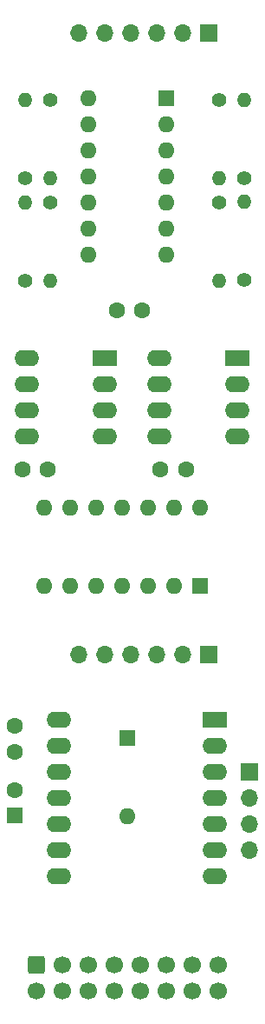
<source format=gts>
%TF.GenerationSoftware,KiCad,Pcbnew,(6.0.1)*%
%TF.CreationDate,2022-10-24T18:54:59-04:00*%
%TF.ProjectId,ER-MIDI-VC4-01_DB,45522d4d-4944-4492-9d56-43342d30315f,1*%
%TF.SameCoordinates,Original*%
%TF.FileFunction,Soldermask,Top*%
%TF.FilePolarity,Negative*%
%FSLAX46Y46*%
G04 Gerber Fmt 4.6, Leading zero omitted, Abs format (unit mm)*
G04 Created by KiCad (PCBNEW (6.0.1)) date 2022-10-24 18:54:59*
%MOMM*%
%LPD*%
G01*
G04 APERTURE LIST*
G04 Aperture macros list*
%AMRoundRect*
0 Rectangle with rounded corners*
0 $1 Rounding radius*
0 $2 $3 $4 $5 $6 $7 $8 $9 X,Y pos of 4 corners*
0 Add a 4 corners polygon primitive as box body*
4,1,4,$2,$3,$4,$5,$6,$7,$8,$9,$2,$3,0*
0 Add four circle primitives for the rounded corners*
1,1,$1+$1,$2,$3*
1,1,$1+$1,$4,$5*
1,1,$1+$1,$6,$7*
1,1,$1+$1,$8,$9*
0 Add four rect primitives between the rounded corners*
20,1,$1+$1,$2,$3,$4,$5,0*
20,1,$1+$1,$4,$5,$6,$7,0*
20,1,$1+$1,$6,$7,$8,$9,0*
20,1,$1+$1,$8,$9,$2,$3,0*%
G04 Aperture macros list end*
%ADD10R,1.700000X1.700000*%
%ADD11O,1.700000X1.700000*%
%ADD12R,1.600000X1.600000*%
%ADD13C,1.600000*%
%ADD14C,1.400000*%
%ADD15O,1.400000X1.400000*%
%ADD16R,2.400000X1.600000*%
%ADD17O,2.400000X1.600000*%
%ADD18O,1.600000X1.600000*%
%ADD19RoundRect,0.250000X-0.600000X0.600000X-0.600000X-0.600000X0.600000X-0.600000X0.600000X0.600000X0*%
%ADD20C,1.700000*%
G04 APERTURE END LIST*
D10*
%TO.C,J11*%
X123000000Y-96000000D03*
D11*
X120460000Y-96000000D03*
X117920000Y-96000000D03*
X115380000Y-96000000D03*
X112840000Y-96000000D03*
X110300000Y-96000000D03*
%TD*%
D10*
%TO.C,J12*%
X123000000Y-35500000D03*
D11*
X120460000Y-35500000D03*
X117920000Y-35500000D03*
X115380000Y-35500000D03*
X112840000Y-35500000D03*
X110300000Y-35500000D03*
%TD*%
D12*
%TO.C,C2*%
X104000000Y-111705113D03*
D13*
X104000000Y-109205113D03*
%TD*%
D14*
%TO.C,R11*%
X107500000Y-52000000D03*
D15*
X107500000Y-59620000D03*
%TD*%
D14*
%TO.C,R10*%
X124000000Y-52000000D03*
D15*
X124000000Y-59620000D03*
%TD*%
D13*
%TO.C,C5*%
X120777000Y-78000000D03*
X118277000Y-78000000D03*
%TD*%
D14*
%TO.C,R7*%
X107500000Y-42000000D03*
D15*
X107500000Y-49620000D03*
%TD*%
D16*
%TO.C,U3*%
X112800000Y-67200000D03*
D17*
X112800000Y-69740000D03*
X112800000Y-72280000D03*
X112800000Y-74820000D03*
X105180000Y-74820000D03*
X105180000Y-72280000D03*
X105180000Y-69740000D03*
X105180000Y-67200000D03*
%TD*%
D12*
%TO.C,D10*%
X115000000Y-104190000D03*
D18*
X115000000Y-111810000D03*
%TD*%
D13*
%TO.C,C7*%
X104750000Y-78000000D03*
X107250000Y-78000000D03*
%TD*%
D16*
%TO.C,U4*%
X125800000Y-67200000D03*
D17*
X125800000Y-69740000D03*
X125800000Y-72280000D03*
X125800000Y-74820000D03*
X118180000Y-74820000D03*
X118180000Y-72280000D03*
X118180000Y-69740000D03*
X118180000Y-67200000D03*
%TD*%
D14*
%TO.C,R6*%
X124000000Y-42000000D03*
D15*
X124000000Y-49620000D03*
%TD*%
D12*
%TO.C,U6*%
X118800000Y-41875000D03*
D18*
X118800000Y-44415000D03*
X118800000Y-46955000D03*
X118800000Y-49495000D03*
X118800000Y-52035000D03*
X118800000Y-54575000D03*
X118800000Y-57115000D03*
X111180000Y-57115000D03*
X111180000Y-54575000D03*
X111180000Y-52035000D03*
X111180000Y-49495000D03*
X111180000Y-46955000D03*
X111180000Y-44415000D03*
X111180000Y-41875000D03*
%TD*%
D14*
%TO.C,R5*%
X126500000Y-49620000D03*
D15*
X126500000Y-42000000D03*
%TD*%
D19*
%TO.C,J1*%
X106110000Y-126247500D03*
D20*
X106110000Y-128787500D03*
X108650000Y-126247500D03*
X108650000Y-128787500D03*
X111190000Y-126247500D03*
X111190000Y-128787500D03*
X113730000Y-126247500D03*
X113730000Y-128787500D03*
X116270000Y-126247500D03*
X116270000Y-128787500D03*
X118810000Y-126247500D03*
X118810000Y-128787500D03*
X121350000Y-126247500D03*
X121350000Y-128787500D03*
X123890000Y-126247500D03*
X123890000Y-128787500D03*
%TD*%
D16*
%TO.C,U2*%
X123620000Y-102380000D03*
D17*
X123620000Y-104920000D03*
X123620000Y-107460000D03*
X123620000Y-110000000D03*
X123620000Y-112540000D03*
X123620000Y-115080000D03*
X123620000Y-117620000D03*
X108380000Y-117620000D03*
X108380000Y-115080000D03*
X108380000Y-112540000D03*
X108380000Y-110000000D03*
X108380000Y-107460000D03*
X108380000Y-104920000D03*
X108380000Y-102380000D03*
%TD*%
D13*
%TO.C,C4*%
X114000000Y-62500000D03*
X116500000Y-62500000D03*
%TD*%
%TO.C,C6*%
X104000000Y-105500000D03*
X104000000Y-103000000D03*
%TD*%
D10*
%TO.C,J8*%
X127000000Y-107452000D03*
D11*
X127000000Y-109992000D03*
X127000000Y-112532000D03*
X127000000Y-115072000D03*
%TD*%
D14*
%TO.C,R8*%
X105000000Y-49620000D03*
D15*
X105000000Y-42000000D03*
%TD*%
D14*
%TO.C,R9*%
X126500000Y-59500000D03*
D15*
X126500000Y-51880000D03*
%TD*%
D14*
%TO.C,R12*%
X105000000Y-59620000D03*
D15*
X105000000Y-52000000D03*
%TD*%
D12*
%TO.C,U7*%
X122125000Y-89300000D03*
D18*
X119585000Y-89300000D03*
X117045000Y-89300000D03*
X114505000Y-89300000D03*
X111965000Y-89300000D03*
X109425000Y-89300000D03*
X106885000Y-89300000D03*
X106885000Y-81680000D03*
X109425000Y-81680000D03*
X111965000Y-81680000D03*
X114505000Y-81680000D03*
X117045000Y-81680000D03*
X119585000Y-81680000D03*
X122125000Y-81680000D03*
%TD*%
M02*

</source>
